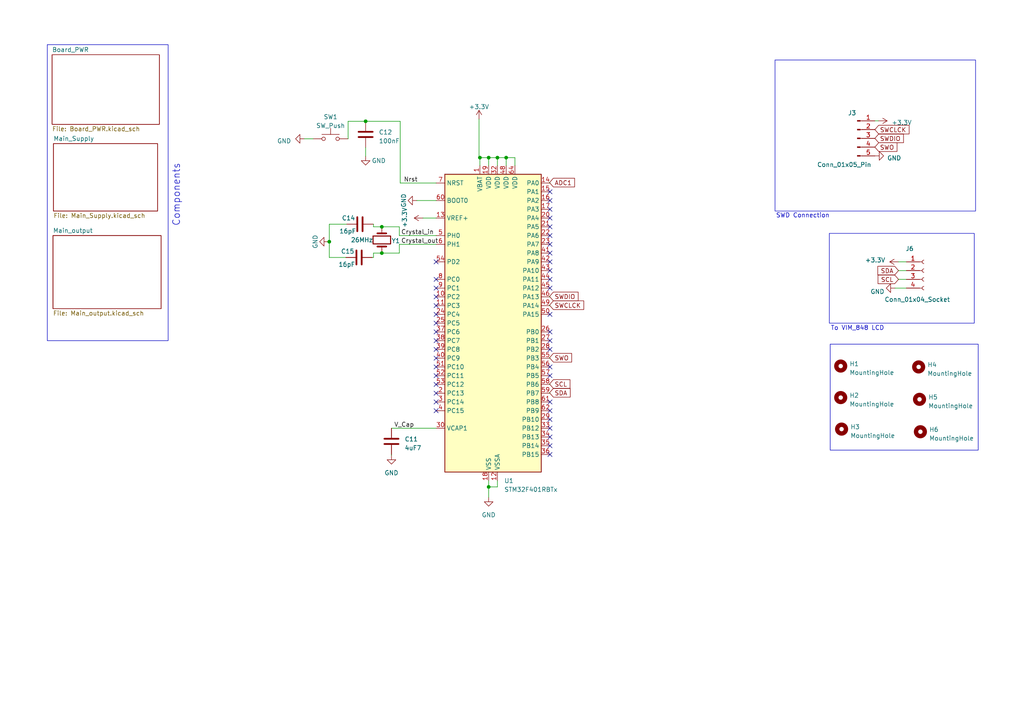
<source format=kicad_sch>
(kicad_sch (version 20230121) (generator eeschema)
  (paper "A4")
  (title_block (title "Power Supply") (date "2023-03-20") (rev "1.0") (company "Eric Mullally"))
  (lib_symbols
    (symbol "Connector:Conn_01x04_Socket" (pin_names (offset 1.016) hide)
      (property "Reference" "J" (at 0 5.08 0))
      (property "Value" "Conn_01x04_Socket" (at 0 -7.62 0))
      (symbol "Conn_01x04_Socket_1_1"
        (arc (start 0 -4.572) (mid -0.5058 -5.08) (end 0 -5.588) (stroke (width 0.1524)))
        (arc (start 0 -2.032) (mid -0.5058 -2.54) (end 0 -3.048) (stroke (width 0.1524)))
        (polyline (pts (xy -1.27 -5.08) (xy -0.508 -5.08)) (stroke (width 0.1524)))
        (polyline (pts (xy -1.27 -2.54) (xy -0.508 -2.54)) (stroke (width 0.1524)))
        (polyline (pts (xy -1.27 0) (xy -0.508 0)) (stroke (width 0.1524)))
        (polyline (pts (xy -1.27 2.54) (xy -0.508 2.54)) (stroke (width 0.1524)))
        (arc (start 0 0.508) (mid -0.5058 0) (end 0 -0.508) (stroke (width 0.1524)))
        (arc (start 0 3.048) (mid -0.5058 2.54) (end 0 2.032) (stroke (width 0.1524)))
        (pin passive line (at -5.08 2.54 0) (length 3.81) (name "Pin_1") (number "1"))
        (pin passive line (at -5.08 0 0) (length 3.81) (name "Pin_2") (number "2"))
        (pin passive line (at -5.08 -2.54 0) (length 3.81) (name "Pin_3") (number "3"))
        (pin passive line (at -5.08 -5.08 0) (length 3.81) (name "Pin_4") (number "4"))
      )
    )
    (symbol "Connector:Conn_01x05_Pin" (pin_names (offset 1.016) hide)
      (property "Reference" "J" (at 0 7.62 0))
      (property "Value" "Conn_01x05_Pin" (at 0 -7.62 0))
      (symbol "Conn_01x05_Pin_1_1"
        (polyline (pts (xy 1.27 -5.08) (xy 0.8636 -5.08)) (stroke (width 0.1524)))
        (polyline (pts (xy 1.27 -2.54) (xy 0.8636 -2.54)) (stroke (width 0.1524)))
        (polyline (pts (xy 1.27 0) (xy 0.8636 0)) (stroke (width 0.1524)))
        (polyline (pts (xy 1.27 2.54) (xy 0.8636 2.54)) (stroke (width 0.1524)))
        (polyline (pts (xy 1.27 5.08) (xy 0.8636 5.08)) (stroke (width 0.1524)))
        (rectangle (start 0.8636 -4.953) (end 0 -5.207) (stroke (width 0.1524)) (fill (type outline)))
        (rectangle (start 0.8636 -2.413) (end 0 -2.667) (stroke (width 0.1524)) (fill (type outline)))
        (rectangle (start 0.8636 0.127) (end 0 -0.127) (stroke (width 0.1524)) (fill (type outline)))
        (rectangle (start 0.8636 2.667) (end 0 2.413) (stroke (width 0.1524)) (fill (type outline)))
        (rectangle (start 0.8636 5.207) (end 0 4.953) (stroke (width 0.1524)) (fill (type outline)))
        (pin passive line (at 5.08 5.08 180) (length 3.81) (name "Pin_1") (number "1"))
        (pin passive line (at 5.08 2.54 180) (length 3.81) (name "Pin_2") (number "2"))
        (pin passive line (at 5.08 0 180) (length 3.81) (name "Pin_3") (number "3"))
        (pin passive line (at 5.08 -2.54 180) (length 3.81) (name "Pin_4") (number "4"))
        (pin passive line (at 5.08 -5.08 180) (length 3.81) (name "Pin_5") (number "5"))
      )
    )
    (symbol "Device:C" (pin_numbers hide) (pin_names (offset 0.254))
      (property "Reference" "C" (at 0.635 2.54 0))
      (property "Value" "C" (at 0.635 -2.54 0))
      (symbol "C_0_1"
        (polyline (pts (xy -2.032 -0.762) (xy 2.032 -0.762)) (stroke (width 0.508)))
        (polyline (pts (xy -2.032 0.762) (xy 2.032 0.762)) (stroke (width 0.508)))
      )
      (symbol "C_1_1"
        (pin passive line (at 0 3.81 270) (length 2.794) (name "~") (number "1"))
        (pin passive line (at 0 -3.81 90) (length 2.794) (name "~") (number "2"))
      )
    )
    (symbol "Device:Crystal" (pin_numbers hide) (pin_names (offset 1.016) hide)
      (property "Reference" "Y" (at 0 3.81 0))
      (property "Value" "Crystal" (at 0 -3.81 0))
      (symbol "Crystal_0_1"
        (rectangle (start -1.143 2.54) (end 1.143 -2.54) (stroke (width 0.3048)))
        (polyline (pts (xy -2.54 0) (xy -1.905 0)))
        (polyline (pts (xy -1.905 -1.27) (xy -1.905 1.27)) (stroke (width 0.508)))
        (polyline (pts (xy 1.905 -1.27) (xy 1.905 1.27)) (stroke (width 0.508)))
        (polyline (pts (xy 2.54 0) (xy 1.905 0)))
      )
      (symbol "Crystal_1_1"
        (pin passive line (at -3.81 0 0) (length 1.27) (name "1") (number "1"))
        (pin passive line (at 3.81 0 180) (length 1.27) (name "2") (number "2"))
      )
    )
    (symbol "MCU_ST_STM32F4:STM32F401RBTx"
      (property "Reference" "U" (at -12.7 44.45 0))
      (property "Value" "STM32F401RBTx" (at 10.16 44.45 0))
      (symbol "STM32F401RBTx_0_1"
        (rectangle (start -12.7 -43.18) (end 15.24 43.18) (stroke (width 0.254)) (fill (type background)))
      )
      (symbol "STM32F401RBTx_1_1"
        (pin power_in line (at -2.54 45.72 270) (length 2.54) (name "VBAT") (number "1"))
        (pin bidirectional line (at -15.24 7.62 0) (length 2.54) (name "PC2") (number "10"))
        (pin bidirectional line (at -15.24 5.08 0) (length 2.54) (name "PC3") (number "11"))
        (pin power_in line (at 2.54 -45.72 90) (length 2.54) (name "VSSA") (number "12"))
        (pin input line (at -15.24 30.48 0) (length 2.54) (name "VREF+") (number "13"))
        (pin bidirectional line (at 17.78 40.64 180) (length 2.54) (name "PA0") (number "14"))
        (pin bidirectional line (at 17.78 38.1 180) (length 2.54) (name "PA1") (number "15"))
        (pin bidirectional line (at 17.78 35.56 180) (length 2.54) (name "PA2") (number "16"))
        (pin bidirectional line (at 17.78 33.02 180) (length 2.54) (name "PA3") (number "17"))
        (pin power_in line (at 0 -45.72 90) (length 2.54) (name "VSS") (number "18"))
        (pin power_in line (at 0 45.72 270) (length 2.54) (name "VDD") (number "19"))
        (pin bidirectional line (at -15.24 -20.32 0) (length 2.54) (name "PC13") (number "2"))
        (pin bidirectional line (at 17.78 30.48 180) (length 2.54) (name "PA4") (number "20"))
        (pin bidirectional line (at 17.78 27.94 180) (length 2.54) (name "PA5") (number "21"))
        (pin bidirectional line (at 17.78 25.4 180) (length 2.54) (name "PA6") (number "22"))
        (pin bidirectional line (at 17.78 22.86 180) (length 2.54) (name "PA7") (number "23"))
        (pin bidirectional line (at -15.24 2.54 0) (length 2.54) (name "PC4") (number "24"))
        (pin bidirectional line (at -15.24 0 0) (length 2.54) (name "PC5") (number "25"))
        (pin bidirectional line (at 17.78 -2.54 180) (length 2.54) (name "PB0") (number "26"))
        (pin bidirectional line (at 17.78 -5.08 180) (length 2.54) (name "PB1") (number "27"))
        (pin bidirectional line (at 17.78 -7.62 180) (length 2.54) (name "PB2") (number "28"))
        (pin bidirectional line (at 17.78 -27.94 180) (length 2.54) (name "PB10") (number "29"))
        (pin bidirectional line (at -15.24 -22.86 0) (length 2.54) (name "PC14") (number "3"))
        (pin power_out line (at -15.24 -30.48 0) (length 2.54) (name "VCAP1") (number "30"))
        (pin passive line (at 0 -45.72 90) (length 2.54) hide (name "VSS") (number "31"))
        (pin power_in line (at 2.54 45.72 270) (length 2.54) (name "VDD") (number "32"))
        (pin bidirectional line (at 17.78 -30.48 180) (length 2.54) (name "PB12") (number "33"))
        (pin bidirectional line (at 17.78 -33.02 180) (length 2.54) (name "PB13") (number "34"))
        (pin bidirectional line (at 17.78 -35.56 180) (length 2.54) (name "PB14") (number "35"))
        (pin bidirectional line (at 17.78 -38.1 180) (length 2.54) (name "PB15") (number "36"))
        (pin bidirectional line (at -15.24 -2.54 0) (length 2.54) (name "PC6") (number "37"))
        (pin bidirectional line (at -15.24 -5.08 0) (length 2.54) (name "PC7") (number "38"))
        (pin bidirectional line (at -15.24 -7.62 0) (length 2.54) (name "PC8") (number "39"))
        (pin bidirectional line (at -15.24 -25.4 0) (length 2.54) (name "PC15") (number "4"))
        (pin bidirectional line (at -15.24 -10.16 0) (length 2.54) (name "PC9") (number "40"))
        (pin bidirectional line (at 17.78 20.32 180) (length 2.54) (name "PA8") (number "41"))
        (pin bidirectional line (at 17.78 17.78 180) (length 2.54) (name "PA9") (number "42"))
        (pin bidirectional line (at 17.78 15.24 180) (length 2.54) (name "PA10") (number "43"))
        (pin bidirectional line (at 17.78 12.7 180) (length 2.54) (name "PA11") (number "44"))
        (pin bidirectional line (at 17.78 10.16 180) (length 2.54) (name "PA12") (number "45"))
        (pin bidirectional line (at 17.78 7.62 180) (length 2.54) (name "PA13") (number "46"))
        (pin passive line (at 0 -45.72 90) (length 2.54) hide (name "VSS") (number "47"))
        (pin power_in line (at 5.08 45.72 270) (length 2.54) (name "VDD") (number "48"))
        (pin bidirectional line (at 17.78 5.08 180) (length 2.54) (name "PA14") (number "49"))
        (pin bidirectional line (at -15.24 25.4 0) (length 2.54) (name "PH0") (number "5"))
        (pin bidirectional line (at 17.78 2.54 180) (length 2.54) (name "PA15") (number "50"))
        (pin bidirectional line (at -15.24 -12.7 0) (length 2.54) (name "PC10") (number "51"))
        (pin bidirectional line (at -15.24 -15.24 0) (length 2.54) (name "PC11") (number "52"))
        (pin bidirectional line (at -15.24 -17.78 0) (length 2.54) (name "PC12") (number "53"))
        (pin bidirectional line (at -15.24 17.78 0) (length 2.54) (name "PD2") (number "54"))
        (pin bidirectional line (at 17.78 -10.16 180) (length 2.54) (name "PB3") (number "55"))
        (pin bidirectional line (at 17.78 -12.7 180) (length 2.54) (name "PB4") (number "56"))
        (pin bidirectional line (at 17.78 -15.24 180) (length 2.54) (name "PB5") (number "57"))
        (pin bidirectional line (at 17.78 -17.78 180) (length 2.54) (name "PB6") (number "58"))
        (pin bidirectional line (at 17.78 -20.32 180) (length 2.54) (name "PB7") (number "59"))
        (pin bidirectional line (at -15.24 22.86 0) (length 2.54) (name "PH1") (number "6"))
        (pin input line (at -15.24 35.56 0) (length 2.54) (name "BOOT0") (number "60"))
        (pin bidirectional line (at 17.78 -22.86 180) (length 2.54) (name "PB8") (number "61"))
        (pin bidirectional line (at 17.78 -25.4 180) (length 2.54) (name "PB9") (number "62"))
        (pin passive line (at 0 -45.72 90) (length 2.54) hide (name "VSS") (number "63"))
        (pin power_in line (at 7.62 45.72 270) (length 2.54) (name "VDD") (number "64"))
        (pin input line (at -15.24 40.64 0) (length 2.54) (name "NRST") (number "7"))
        (pin bidirectional line (at -15.24 12.7 0) (length 2.54) (name "PC0") (number "8"))
        (pin bidirectional line (at -15.24 10.16 0) (length 2.54) (name "PC1") (number "9"))
      )
    )
    (symbol "Mechanical:MountingHole" (pin_names (offset 1.016))
      (property "Reference" "H" (at 0 5.08 0))
      (property "Value" "MountingHole" (at 0 3.175 0))
      (symbol "MountingHole_0_1"
        (circle (center 0 0) (radius 1.27) (stroke (width 1.27)))
      )
    )
    (symbol "Switch:SW_Push" (pin_numbers hide) (pin_names (offset 1.016) hide)
      (property "Reference" "SW" (at 1.27 2.54 0))
      (property "Value" "SW_Push" (at 0 -1.524 0))
      (symbol "SW_Push_0_1"
        (circle (center -2.032 0) (radius 0.508))
        (polyline (pts (xy 0 1.27) (xy 0 3.048)))
        (polyline (pts (xy 2.54 1.27) (xy -2.54 1.27)))
        (circle (center 2.032 0) (radius 0.508))
        (pin passive line (at -5.08 0 0) (length 2.54) (name "1") (number "1"))
        (pin passive line (at 5.08 0 180) (length 2.54) (name "2") (number "2"))
      )
    )
    (symbol "power:+3.3V" (power) (pin_names (offset 0))
      (property "Value" "+3.3V" (at 0 3.556 0))
      (symbol "+3.3V_0_1"
        (polyline (pts (xy -0.762 1.27) (xy 0 2.54)))
        (polyline (pts (xy 0 0) (xy 0 2.54)))
        (polyline (pts (xy 0 2.54) (xy 0.762 1.27)))
      )
      (symbol "+3.3V_1_1"
        (pin power_in line (at 0 0 90) (length 0) hide (name "+3.3V") (number "1"))
      )
    )
    (symbol "power:GND" (power) (pin_names (offset 0))
      (property "Value" "GND" (at 0 -3.81 0))
      (symbol "GND_0_1"
        (polyline (pts (xy 0 0) (xy 0 -1.27) (xy 1.27 -1.27) (xy 0 -2.54) (xy -1.27 -1.27) (xy 0 -1.27)))
      )
      (symbol "GND_1_1"
        (pin power_in line (at 0 0 270) (length 0) hide (name "GND") (number "1"))
      )
    )
  )
  (junction (at 95.504 70.104))
  (junction (at 146.812 45.72))
  (junction (at 106.045 35.179))
  (junction (at 141.732 141.224))
  (junction (at 110.744 65.786))
  (junction (at 141.732 45.72))
  (junction (at 144.272 45.72))
  (junction (at 110.744 73.406))
  (junction (at 139.192 45.72))
  (no_connect (at 159.512 75.946))
  (no_connect (at 159.512 73.406))
  (no_connect (at 126.492 83.566))
  (no_connect (at 126.492 103.886))
  (no_connect (at 159.512 124.206))
  (no_connect (at 159.512 91.186))
  (no_connect (at 159.512 55.626))
  (no_connect (at 159.512 83.566))
  (no_connect (at 126.492 88.646))
  (no_connect (at 126.492 96.266))
  (no_connect (at 126.492 81.026))
  (no_connect (at 159.512 98.806))
  (no_connect (at 159.512 81.026))
  (no_connect (at 159.512 121.666))
  (no_connect (at 159.512 108.966))
  (no_connect (at 159.512 96.266))
  (no_connect (at 159.512 58.166))
  (no_connect (at 126.492 111.506))
  (no_connect (at 159.512 63.246))
  (no_connect (at 159.512 78.486))
  (no_connect (at 159.512 68.326))
  (no_connect (at 126.492 75.946))
  (no_connect (at 126.492 93.726))
  (no_connect (at 159.512 65.786))
  (no_connect (at 126.492 108.966))
  (no_connect (at 126.492 91.186))
  (no_connect (at 126.492 116.586))
  (no_connect (at 159.512 126.746))
  (no_connect (at 159.512 70.866))
  (no_connect (at 159.512 106.426))
  (no_connect (at 159.512 131.826))
  (no_connect (at 159.512 60.706))
  (no_connect (at 126.492 106.426))
  (no_connect (at 126.492 119.126))
  (no_connect (at 126.492 86.106))
  (no_connect (at 126.492 114.046))
  (no_connect (at 159.512 119.126))
  (no_connect (at 126.492 98.806))
  (no_connect (at 159.512 101.346))
  (no_connect (at 159.512 129.286))
  (no_connect (at 159.512 116.586))
  (no_connect (at 126.492 101.346))
  (wire (pts (xy 88.265 40.259) (xy 90.805 40.259)))
  (wire (pts (xy 144.272 139.446) (xy 144.272 141.224)))
  (wire (pts (xy 100.965 40.259) (xy 100.965 35.179)))
  (wire (pts (xy 100.965 35.179) (xy 106.045 35.179)))
  (wire (pts (xy 126.492 70.866) (xy 115.824 70.866)))
  (wire (pts (xy 115.824 68.326) (xy 126.492 68.326)))
  (wire (pts (xy 144.272 45.72) (xy 141.732 45.72)))
  (wire (pts (xy 108.331 65.786) (xy 110.744 65.786)))
  (wire (pts (xy 144.272 45.72) (xy 144.272 48.006)))
  (wire (pts (xy 141.732 45.72) (xy 139.192 45.72)))
  (wire (pts (xy 100.584 65.024) (xy 95.504 65.024)))
  (wire (pts (xy 106.045 45.339) (xy 106.045 42.799)))
  (wire (pts (xy 120.904 58.166) (xy 126.492 58.166)))
  (wire (pts (xy 110.744 73.406) (xy 115.824 73.406)))
  (wire (pts (xy 138.938 45.72) (xy 139.192 45.72)))
  (wire (pts (xy 146.812 45.72) (xy 146.812 48.006)))
  (wire (pts (xy 95.504 65.024) (xy 95.504 70.104)))
  (wire (pts (xy 95.504 70.104) (xy 95.504 74.676)))
  (wire (pts (xy 149.352 45.72) (xy 146.812 45.72)))
  (wire (pts (xy 260.604 78.486) (xy 262.89 78.486)))
  (wire (pts (xy 108.331 74.676) (xy 108.331 73.406)))
  (wire (pts (xy 108.331 73.406) (xy 110.744 73.406)))
  (wire (pts (xy 107.95 74.676) (xy 108.331 74.676)))
  (wire (pts (xy 144.272 141.224) (xy 141.732 141.224)))
  (wire (pts (xy 159.512 103.886) (xy 159.385 103.759)))
  (wire (pts (xy 159.512 111.506) (xy 159.385 111.379)))
  (wire (pts (xy 115.824 68.326) (xy 115.824 65.786)))
  (wire (pts (xy 260.604 75.946) (xy 262.89 75.946)))
  (wire (pts (xy 116.078 53.086) (xy 116.078 35.179)))
  (wire (pts (xy 138.938 34.544) (xy 138.938 45.72)))
  (wire (pts (xy 108.204 65.024) (xy 108.331 65.024)))
  (wire (pts (xy 146.812 45.72) (xy 144.272 45.72)))
  (wire (pts (xy 116.078 35.179) (xy 106.045 35.179)))
  (wire (pts (xy 95.25 70.104) (xy 95.504 70.104)))
  (wire (pts (xy 259.588 83.566) (xy 262.89 83.566)))
  (wire (pts (xy 116.078 53.086) (xy 126.492 53.086)))
  (wire (pts (xy 159.512 88.646) (xy 159.385 88.519)))
  (wire (pts (xy 113.538 131.826) (xy 113.538 132.08)))
  (wire (pts (xy 115.824 70.866) (xy 115.824 73.406)))
  (wire (pts (xy 141.732 141.224) (xy 141.732 144.272)))
  (wire (pts (xy 108.331 65.024) (xy 108.331 65.786)))
  (wire (pts (xy 139.192 45.72) (xy 139.192 48.006)))
  (wire (pts (xy 110.744 65.786) (xy 115.824 65.786)))
  (wire (pts (xy 159.512 53.086) (xy 159.385 52.959)))
  (wire (pts (xy 149.352 48.006) (xy 149.352 45.72)))
  (wire (pts (xy 260.604 81.026) (xy 262.89 81.026)))
  (wire (pts (xy 100.33 74.676) (xy 95.504 74.676)))
  (wire (pts (xy 254.762 35.052) (xy 253.746 35.052)))
  (wire (pts (xy 141.732 139.446) (xy 141.732 141.224)))
  (wire (pts (xy 141.732 48.006) (xy 141.732 45.72)))
  (wire (pts (xy 159.512 114.046) (xy 159.385 113.919)))
  (wire (pts (xy 122.682 63.246) (xy 126.492 63.246)))
  (wire (pts (xy 113.538 124.206) (xy 126.492 124.206)))
  (wire (pts (xy 159.512 86.106) (xy 159.385 85.979)))
  (rectangle (start 13.716 12.954) (end 48.768 98.806))
  (rectangle (start 224.79 17.399) (end 282.956 61.214))
  (rectangle (start 240.792 99.822) (end 283.718 130.556))
  (rectangle (start 240.538 67.691) (end 282.575 93.726))
  (text "SWD Connection" (at 225.044 63.373 0) (effects (font (size 1.27 1.27)) (justify left bottom)))
  (text "To VIM_848 LCD\n" (at 240.919 96.012 0) (effects (font (size 1.27 1.27)) (justify left bottom)))
  (text "Components\n" (at 52.324 65.786 90) (effects (font (size 2 2)) (justify left bottom)))
  (label "V_Cap" (at 114.3 124.206 0))
  (label "Crystal_out" (at 116.332 70.866 0))
  (label "Nrst" (at 117.094 53.086 0))
  (label "Crystal_in" (at 116.332 68.326 0))
  (global_label "SWCLCK" (shape input) (at 253.746 37.592 0) (property "Intersheetrefs" "${INTERSHEET_REFS}" (effects hide)))
  (global_label "SWDIO" (shape input) (at 253.746 40.132 0) (property "Intersheetrefs" "${INTERSHEET_REFS}" (effects hide)))
  (global_label "SWO" (shape input) (at 159.385 103.759 0) (property "Intersheetrefs" "${INTERSHEET_REFS}" (effects hide)))
  (global_label "SCL" (shape input) (at 260.604 81.026 180) (property "Intersheetrefs" "${INTERSHEET_REFS}" (effects hide)))
  (global_label "ADC1" (shape input) (at 159.385 52.959 0) (property "Intersheetrefs" "${INTERSHEET_REFS}" (effects hide)))
  (global_label "SWCLCK" (shape input) (at 159.385 88.519 0) (property "Intersheetrefs" "${INTERSHEET_REFS}" (effects hide)))
  (global_label "SDA" (shape input) (at 260.604 78.486 180) (property "Intersheetrefs" "${INTERSHEET_REFS}" (effects hide)))
  (global_label "SWDIO" (shape input) (at 159.385 85.979 0) (property "Intersheetrefs" "${INTERSHEET_REFS}" (effects hide)))
  (global_label "SCL" (shape input) (at 159.385 111.379 0) (property "Intersheetrefs" "${INTERSHEET_REFS}" (effects hide)))
  (global_label "SWO" (shape input) (at 253.746 42.672 0) (property "Intersheetrefs" "${INTERSHEET_REFS}" (effects hide)))
  (global_label "SDA" (shape input) (at 159.385 113.919 0) (property "Intersheetrefs" "${INTERSHEET_REFS}" (effects hide)))
  (symbol (lib_id "Mechanical:MountingHole") (at 244.094 124.46 0) (unit 1)
    (property "Reference" "H3" (at 246.634 123.825 0) (effects (justify left)))
    (property "Value" "MountingHole" (at 246.634 126.365 0) (effects (justify left)))
    (property "Footprint" "MountingHole:MountingHole_2.1mm" (effects hide))
  )
  (symbol (lib_id "power:GND") (at 113.538 132.08 0) (unit 1)
    (property "Reference" "#PWR03" (effects hide))
    (property "Value" "GND" (at 113.538 137.16 0))
  )
  (symbol (lib_id "power:GND") (at 120.904 58.166 270) (unit 1)
    (property "Reference" "#PWR06" (effects hide))
    (property "Value" "GND" (at 117.094 58.166 0))
  )
  (symbol (lib_id "Connector:Conn_01x04_Socket") (at 267.97 78.486 0) (unit 1)
    (property "Reference" "J6" (at 262.636 72.136 0) (effects (justify left)))
    (property "Value" "Conn_01x04_Socket" (at 256.54 86.868 0) (effects (justify left)))
    (property "Footprint" "Connector_PinSocket_2.54mm:PinSocket_1x04_P2.54mm_Vertical" (effects hide))
  )
  (symbol (lib_id "Device:Crystal") (at 110.744 69.596 90) (unit 1)
    (property "Reference" "Y1" (at 113.538 69.85 90) (effects (justify right)))
    (property "Value" "26MHz" (at 101.727 69.596 90) (effects (justify right)))
    (property "Footprint" "Crystal:Crystal_SMD_ECS_CSM3X-2Pin_7.6x4.1mm" (effects hide))
  )
  (symbol (lib_id "power:GND") (at 141.732 144.272 0) (unit 1)
    (property "Reference" "#PWR02" (effects hide))
    (property "Value" "GND" (at 141.732 149.352 0))
  )
  (symbol (lib_id "Device:C") (at 113.538 128.016 0) (unit 1)
    (property "Reference" "C11" (at 117.348 127.381 0) (effects (justify left)))
    (property "Value" "4uF7" (at 117.348 129.921 0) (effects (justify left)))
    (property "Footprint" "Capacitor_SMD:C_0603_1608Metric" (effects hide))
  )
  (symbol (lib_id "power:+3.3V") (at 260.604 75.946 90) (unit 1)
    (property "Reference" "#PWR017" (effects hide))
    (property "Value" "+3.3V" (at 256.794 75.438 90) (effects (justify left)))
  )
  (symbol (lib_id "MCU_ST_STM32F4:STM32F401RBTx") (at 141.732 93.726 0) (unit 1)
    (property "Reference" "U1" (at 146.2279 139.446 0) (effects (justify left)))
    (property "Value" "STM32F401RBTx" (at 146.2279 141.986 0) (effects (justify left)))
    (property "Footprint" "Package_QFP:LQFP-64_10x10mm_P0.5mm" (effects hide))
    (property "Datasheet" "https://www.st.com/resource/en/datasheet/stm32f401rb.pdf" (effects hide))
  )
  (symbol (lib_id "Connector:Conn_01x05_Pin") (at 248.666 40.132 0) (unit 1)
    (property "Reference" "J3" (at 247.142 32.766 0))
    (property "Value" "Conn_01x05_Pin" (at 244.856 47.752 0))
    (property "Footprint" "Connector_JST:JST_EH_B5B-EH-A_1x05_P2.50mm_Vertical" (effects hide))
  )
  (symbol (lib_id "power:GND") (at 259.588 83.566 270) (unit 1)
    (property "Reference" "#PWR037" (effects hide))
    (property "Value" "GND" (at 256.54 84.582 90) (effects (justify right)))
  )
  (symbol (lib_id "power:GND") (at 106.045 45.339 0) (unit 1)
    (property "Reference" "#PWR04" (effects hide))
    (property "Value" "GND" (at 109.855 46.609 0))
  )
  (symbol (lib_id "Mechanical:MountingHole") (at 243.84 115.316 0) (unit 1)
    (property "Reference" "H2" (at 246.38 114.681 0) (effects (justify left)))
    (property "Value" "MountingHole" (at 246.38 117.221 0) (effects (justify left)))
    (property "Footprint" "MountingHole:MountingHole_2.1mm" (effects hide))
  )
  (symbol (lib_id "Mechanical:MountingHole") (at 266.446 106.426 0) (unit 1)
    (property "Reference" "H4" (at 268.986 105.791 0) (effects (justify left)))
    (property "Value" "MountingHole" (at 268.986 108.331 0) (effects (justify left)))
    (property "Footprint" "MountingHole:MountingHole_2.1mm" (effects hide))
  )
  (symbol (lib_id "Device:C") (at 106.045 38.989 0) (unit 1)
    (property "Reference" "C12" (at 109.855 38.354 0) (effects (justify left)))
    (property "Value" "100nF" (at 109.855 40.894 0) (effects (justify left)))
    (property "Footprint" "Capacitor_SMD:C_0402_1005Metric" (effects hide))
  )
  (symbol (lib_id "Mechanical:MountingHole") (at 266.7 115.824 0) (unit 1)
    (property "Reference" "H5" (at 269.24 115.189 0) (effects (justify left)))
    (property "Value" "MountingHole" (at 269.24 117.729 0) (effects (justify left)))
    (property "Footprint" "MountingHole:MountingHole_3.2mm_M3" (effects hide))
  )
  (symbol (lib_id "Mechanical:MountingHole") (at 243.84 106.172 0) (unit 1)
    (property "Reference" "H1" (at 246.38 105.537 0) (effects (justify left)))
    (property "Value" "MountingHole" (at 246.38 108.077 0) (effects (justify left)))
    (property "Footprint" "MountingHole:MountingHole_2.1mm" (effects hide))
  )
  (symbol (lib_id "power:+3.3V") (at 122.682 63.246 90) (unit 1)
    (property "Reference" "#PWR015" (effects hide))
    (property "Value" "+3.3V" (at 117.348 66.04 0) (effects (justify left)))
  )
  (symbol (lib_id "Mechanical:MountingHole") (at 266.954 125.222 0) (unit 1)
    (property "Reference" "H6" (at 269.494 124.587 0) (effects (justify left)))
    (property "Value" "MountingHole" (at 269.494 127.127 0) (effects (justify left)))
    (property "Footprint" "MountingHole:MountingHole_3.2mm_M3" (effects hide))
  )
  (symbol (lib_id "Switch:SW_Push") (at 95.885 40.259 0) (unit 1)
    (property "Reference" "SW1" (at 95.885 33.909 0))
    (property "Value" "SW_Push" (at 95.885 36.449 0))
    (property "Footprint" "Button_Switch_THT:SW_PUSH_6mm_H7.3mm" (effects hide))
  )
  (symbol (lib_id "Device:C") (at 104.394 65.024 90) (unit 1)
    (property "Reference" "C14" (at 101.092 63.246 90))
    (property "Value" "16pF" (at 100.838 67.056 90))
    (property "Footprint" "Capacitor_SMD:C_0402_1005Metric" (effects hide))
  )
  (symbol (lib_id "power:+3.3V") (at 138.938 34.544 0) (unit 1)
    (property "Reference" "#PWR038" (effects hide))
    (property "Value" "+3.3V" (at 138.938 30.988 0))
  )
  (symbol (lib_id "Device:C") (at 104.14 74.676 90) (unit 1)
    (property "Reference" "C15" (at 100.838 72.898 90))
    (property "Value" "16pF" (at 100.584 76.708 90))
    (property "Footprint" "Capacitor_SMD:C_0402_1005Metric" (effects hide))
  )
  (symbol (lib_id "power:+3.3V") (at 254.762 35.052 270) (unit 1)
    (property "Reference" "#PWR018" (effects hide))
    (property "Value" "+3.3V" (at 258.572 35.56 90) (effects (justify left)))
  )
  (symbol (lib_id "power:GND") (at 253.746 45.212 90) (unit 1)
    (property "Reference" "#PWR022" (effects hide))
    (property "Value" "GND" (at 257.302 45.847 90) (effects (justify right)))
  )
  (symbol (lib_id "power:GND") (at 95.25 70.104 270) (unit 1)
    (property "Reference" "#PWR013" (effects hide))
    (property "Value" "GND" (at 91.44 70.104 0))
  )
  (symbol (lib_id "power:GND") (at 88.265 40.259 270) (unit 1)
    (property "Reference" "#PWR05" (effects hide))
    (property "Value" "GND" (at 84.455 40.894 90) (effects (justify right)))
  )
  (sheet (at 15.113 15.875) (size 31.115 20.193) (stroke (width 0.1524))
    (property "Sheetname" "Board_PWR" (at 15.113 15.1634 0) (effects (justify left bottom)))
    (property "Sheetfile" "Board_PWR.kicad_sch" (at 15.113 36.6526 0) (effects (justify left top)))
  )
  (sheet (at 15.367 68.326) (size 31.369 21.209) (stroke (width 0.1524))
    (property "Sheetname" "Main_output" (at 15.367 67.6144 0) (effects (justify left bottom)))
    (property "Sheetfile" "Main_output.kicad_sch" (at 15.367 90.1196 0) (effects (justify left top)))
  )
  (sheet (at 15.494 41.656) (size 30.226 19.558) (stroke (width 0.1524))
    (property "Sheetname" "Main_Supply" (at 15.494 40.9444 0) (effects (justify left bottom)))
    (property "Sheetfile" "Main_Supply.kicad_sch" (at 15.494 61.7986 0) (effects (justify left top)))
  )
)
</source>
